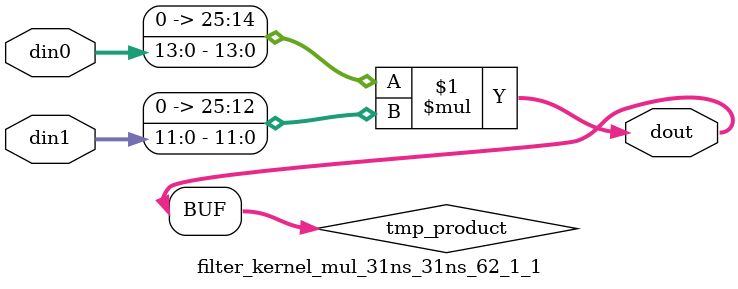
<source format=v>

`timescale 1 ns / 1 ps

 module filter_kernel_mul_31ns_31ns_62_1_1(din0, din1, dout);
parameter ID = 1;
parameter NUM_STAGE = 0;
parameter din0_WIDTH = 14;
parameter din1_WIDTH = 12;
parameter dout_WIDTH = 26;

input [din0_WIDTH - 1 : 0] din0; 
input [din1_WIDTH - 1 : 0] din1; 
output [dout_WIDTH - 1 : 0] dout;

wire signed [dout_WIDTH - 1 : 0] tmp_product;
























assign tmp_product = $signed({1'b0, din0}) * $signed({1'b0, din1});











assign dout = tmp_product;





















endmodule

</source>
